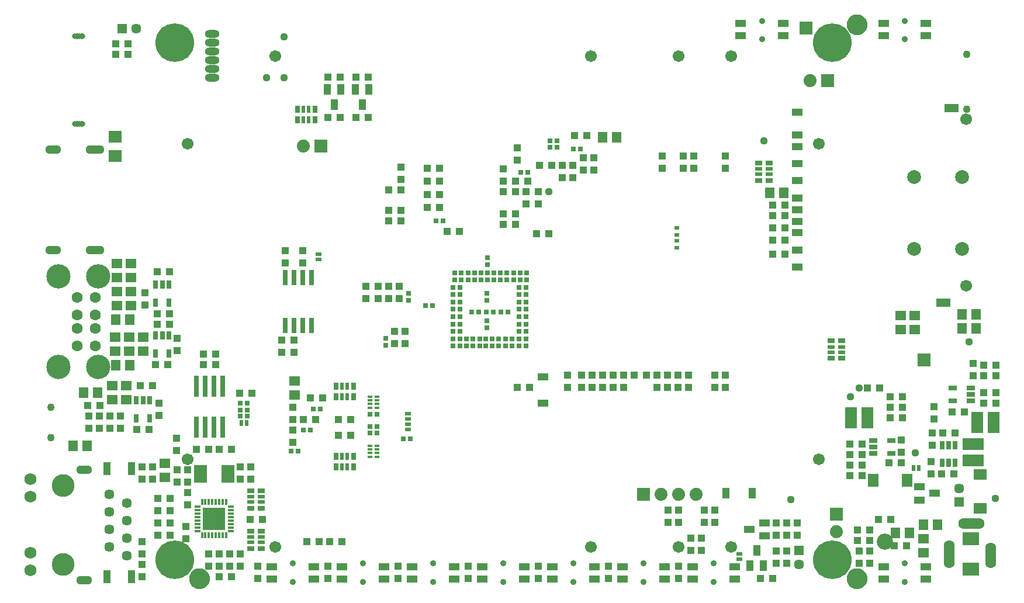
<source format=gbr>
G75*
G70*
%OFA0B0*%
%FSLAX24Y24*%
%IPPOS*%
%LPD*%
%AMOC8*
5,1,8,0,0,1.08239X$1,22.5*
%
%ADD10C,0.0631*%
%ADD11R,0.0740X0.0740*%
%ADD12R,0.0440X0.0440*%
%ADD13C,0.0670*%
%ADD14R,0.0571X0.0571*%
%ADD15C,0.0571*%
%ADD16R,0.0512X0.0257*%
%ADD17R,0.0240X0.0340*%
%ADD18R,0.0670X0.1221*%
%ADD19R,0.0591X0.0434*%
%ADD20C,0.0355*%
%ADD21R,0.0620X0.0440*%
%ADD22R,0.0540X0.0640*%
%ADD23R,0.0257X0.0512*%
%ADD24C,0.0434*%
%ADD25R,0.0640X0.0540*%
%ADD26R,0.0749X0.0749*%
%ADD27R,0.1221X0.0670*%
%ADD28R,0.0611X0.0749*%
%ADD29R,0.0940X0.0740*%
%ADD30C,0.0788*%
%ADD31C,0.1300*%
%ADD32C,0.0690*%
%ADD33C,0.0512*%
%ADD34R,0.0280X0.1190*%
%ADD35C,0.0740*%
%ADD36R,0.0749X0.0670*%
%ADD37R,0.0270X0.0280*%
%ADD38R,0.0280X0.0270*%
%ADD39R,0.0440X0.0200*%
%ADD40R,0.0440X0.0300*%
%ADD41C,0.0317*%
%ADD42R,0.0200X0.0440*%
%ADD43R,0.0300X0.0440*%
%ADD44C,0.0440*%
%ADD45R,0.0631X0.0434*%
%ADD46R,0.0827X0.0512*%
%ADD47R,0.0434X0.0591*%
%ADD48C,0.1385*%
%ADD49R,0.0340X0.0240*%
%ADD50O,0.0840X0.0440*%
%ADD51C,0.0500*%
%ADD52R,0.0440X0.0740*%
%ADD53R,0.0286X0.0168*%
%ADD54R,0.0286X0.0138*%
%ADD55R,0.0749X0.0985*%
%ADD56R,0.0138X0.0335*%
%ADD57R,0.0335X0.0138*%
%ADD58R,0.1300X0.1300*%
%ADD59C,0.0808*%
%ADD60R,0.0749X0.0611*%
%ADD61R,0.0257X0.0237*%
%ADD62C,0.0926*%
%ADD63R,0.0276X0.0906*%
%ADD64C,0.2205*%
D10*
X008927Y021032D03*
X009958Y021032D03*
X009958Y022017D03*
X008927Y022017D03*
X008927Y022804D03*
X009958Y022804D03*
X009958Y023788D03*
X008927Y023788D03*
X058654Y009613D03*
X058654Y009494D03*
X058654Y009376D03*
X058654Y009258D03*
X058654Y009140D03*
X058654Y009022D03*
X058654Y008904D03*
X058654Y008786D03*
X058654Y008668D03*
X061016Y008668D03*
X061016Y008786D03*
X061016Y008904D03*
X061016Y009022D03*
X061016Y009140D03*
X061016Y009258D03*
X061016Y009376D03*
X061016Y009494D03*
X060367Y010892D03*
X060288Y010892D03*
X060170Y010892D03*
X060052Y010892D03*
X059934Y010892D03*
X059816Y010892D03*
X059697Y010892D03*
X059579Y010892D03*
X059501Y010892D03*
D11*
X052227Y011410D03*
X041227Y012560D03*
X022827Y032410D03*
X050477Y039160D03*
X051727Y036160D03*
D12*
X045877Y031860D03*
X045877Y031160D03*
X044077Y031160D03*
X043477Y031160D03*
X043477Y031860D03*
X044077Y031860D03*
X042277Y031860D03*
X042277Y031160D03*
X038377Y031060D03*
X037777Y031060D03*
X037177Y031310D03*
X036577Y031310D03*
X035977Y031310D03*
X035277Y031310D03*
X034627Y030410D03*
X034527Y029810D03*
X033927Y029810D03*
X033927Y030410D03*
X033227Y030410D03*
X033227Y029810D03*
X034527Y029110D03*
X035227Y029110D03*
X035227Y029810D03*
X036577Y030610D03*
X037177Y030610D03*
X037777Y031760D03*
X038377Y031760D03*
X037977Y033010D03*
X037277Y033010D03*
X034027Y032310D03*
X034027Y031610D03*
X033227Y031110D03*
X029577Y031160D03*
X028877Y031160D03*
X028877Y030410D03*
X029577Y030410D03*
X029577Y029660D03*
X028877Y029660D03*
X028877Y028910D03*
X029577Y028910D03*
X030027Y027560D03*
X030727Y027560D03*
X033227Y027960D03*
X033227Y028560D03*
X033927Y028560D03*
X033927Y027960D03*
X035127Y027410D03*
X035827Y027410D03*
X027377Y028160D03*
X027377Y028760D03*
X026677Y028760D03*
X026677Y028160D03*
X026677Y029910D03*
X027377Y029910D03*
X027377Y030510D03*
X027377Y031210D03*
X025527Y034060D03*
X024827Y034060D03*
X023927Y034060D03*
X023227Y034060D03*
X023227Y036360D03*
X023927Y036360D03*
X024827Y036360D03*
X025527Y036360D03*
X011827Y037660D03*
X011827Y038260D03*
X011127Y038260D03*
X011127Y037660D03*
X020777Y026460D03*
X020777Y025760D03*
X021777Y025760D03*
X021777Y026460D03*
X025377Y024410D03*
X026077Y024410D03*
X026677Y024410D03*
X027277Y024410D03*
X027277Y023710D03*
X026677Y023710D03*
X026077Y023710D03*
X025377Y023710D03*
X027027Y021860D03*
X027627Y021860D03*
X027627Y021160D03*
X027027Y021160D03*
X022927Y018060D03*
X022227Y018060D03*
X021227Y017510D03*
X021227Y016810D03*
X021827Y016810D03*
X022527Y016810D03*
X023827Y016810D03*
X024527Y016810D03*
X024527Y015910D03*
X023827Y015910D03*
X021227Y016210D03*
X021227Y015510D03*
X018827Y014110D03*
X018227Y014110D03*
X018227Y013410D03*
X018827Y013410D03*
X017727Y015110D03*
X017027Y015110D03*
X016427Y015110D03*
X015727Y015110D03*
X014577Y015060D03*
X014577Y015760D03*
X013027Y016260D03*
X012327Y016260D03*
X013577Y017060D03*
X013577Y017760D03*
X013227Y018760D03*
X012527Y018760D03*
X013377Y019960D03*
X014077Y019960D03*
X014627Y020760D03*
X014627Y021460D03*
X014177Y022260D03*
X014177Y022860D03*
X013477Y022860D03*
X013477Y022260D03*
X012777Y023360D03*
X012777Y024060D03*
X013477Y025260D03*
X014177Y025260D03*
X020577Y021360D03*
X021277Y021360D03*
X021277Y020660D03*
X020577Y020660D03*
X018877Y018310D03*
X018177Y018310D03*
X016827Y019960D03*
X016827Y020560D03*
X016127Y020560D03*
X016127Y019960D03*
X011377Y017010D03*
X010777Y017010D03*
X010177Y017010D03*
X009577Y017010D03*
X009577Y016310D03*
X010177Y016310D03*
X010777Y016310D03*
X011377Y016310D03*
X010227Y017610D03*
X009527Y017610D03*
X012627Y014110D03*
X013227Y014110D03*
X013227Y013410D03*
X012627Y013410D03*
X013527Y012310D03*
X014227Y012310D03*
X014227Y011610D03*
X014227Y010910D03*
X013527Y010910D03*
X013527Y011610D03*
X013527Y010210D03*
X014227Y010210D03*
X015127Y010010D03*
X015127Y010710D03*
X015227Y011960D03*
X015227Y012660D03*
X015227Y013240D03*
X014627Y013240D03*
X014627Y013940D03*
X015227Y013940D03*
X018777Y011110D03*
X019477Y011110D03*
X022027Y009860D03*
X022727Y009860D03*
X023327Y009860D03*
X024027Y009860D03*
X023227Y008460D03*
X023227Y007760D03*
X027227Y007760D03*
X027227Y008460D03*
X031227Y008460D03*
X031227Y007760D03*
X035227Y007760D03*
X035227Y008460D03*
X039227Y008460D03*
X039227Y007760D03*
X043227Y007760D03*
X043227Y008460D03*
X043927Y009360D03*
X044527Y009360D03*
X044527Y010060D03*
X043927Y010060D03*
X043227Y010960D03*
X042627Y010960D03*
X042627Y011660D03*
X043227Y011660D03*
X044677Y011660D03*
X045277Y011660D03*
X045277Y010960D03*
X044677Y010960D03*
X048777Y010910D03*
X049377Y010910D03*
X049977Y010910D03*
X049977Y010210D03*
X049377Y010210D03*
X048777Y010210D03*
X048777Y009310D03*
X049377Y009310D03*
X049377Y008610D03*
X048777Y008610D03*
X048577Y007760D03*
X047877Y007760D03*
X053527Y008610D03*
X054127Y008610D03*
X054127Y009310D03*
X053527Y009310D03*
X053427Y009910D03*
X054127Y009910D03*
X054127Y010510D03*
X053427Y010510D03*
X054627Y011110D03*
X055327Y011110D03*
X055527Y009610D03*
X056227Y009610D03*
X057627Y013710D03*
X058227Y013710D03*
X058927Y013710D03*
X057627Y014410D03*
X057677Y015360D03*
X057677Y016060D03*
X058277Y016060D03*
X058977Y016060D03*
X057777Y016860D03*
X057777Y017560D03*
X058827Y017260D03*
X059527Y017260D03*
X060627Y017760D03*
X060627Y018360D03*
X061327Y018360D03*
X061327Y017760D03*
X061327Y019310D03*
X060627Y019310D03*
X060027Y019310D03*
X060027Y020010D03*
X060627Y019910D03*
X061327Y019910D03*
X055977Y018110D03*
X055277Y018110D03*
X054677Y018610D03*
X053977Y018610D03*
X055277Y017510D03*
X055277Y016910D03*
X055977Y016910D03*
X055977Y017510D03*
X055927Y015660D03*
X055927Y014960D03*
X055927Y014360D03*
X055227Y014360D03*
X053677Y014210D03*
X053677Y013610D03*
X052977Y013610D03*
X052977Y014210D03*
X052977Y014810D03*
X053677Y014810D03*
X053677Y015410D03*
X052977Y015410D03*
X045877Y018660D03*
X045277Y018660D03*
X045277Y019360D03*
X045877Y019360D03*
X043777Y019360D03*
X043177Y019360D03*
X042577Y019360D03*
X041977Y019360D03*
X041377Y019360D03*
X040677Y019360D03*
X040077Y019360D03*
X039477Y019360D03*
X038877Y019360D03*
X038277Y019360D03*
X037677Y019360D03*
X037677Y018660D03*
X038277Y018660D03*
X038877Y018660D03*
X039477Y018660D03*
X040077Y018660D03*
X041977Y018660D03*
X042577Y018660D03*
X043177Y018660D03*
X043777Y018660D03*
X036902Y018660D03*
X036902Y019360D03*
X034727Y018660D03*
X034027Y018660D03*
X048577Y026260D03*
X049277Y026260D03*
X049277Y027060D03*
X048577Y027060D03*
X048577Y027760D03*
X049277Y027760D03*
X049277Y028460D03*
X049277Y029060D03*
X048577Y029060D03*
X048577Y028460D03*
X018227Y009160D03*
X017627Y009160D03*
X017027Y009160D03*
X016427Y009160D03*
X016427Y008460D03*
X017027Y008460D03*
X017027Y007860D03*
X017727Y007860D03*
X017627Y008460D03*
X018227Y008460D03*
X019227Y008460D03*
X019227Y007760D03*
X012627Y007860D03*
X012627Y008560D03*
X012627Y009160D03*
X012627Y009860D03*
D13*
X015227Y014560D03*
X020227Y009560D03*
X038227Y009560D03*
X043227Y009560D03*
X046227Y009560D03*
X051227Y014560D03*
X059629Y024446D03*
X051227Y032560D03*
X046227Y037560D03*
X043227Y037560D03*
X038227Y037560D03*
X020227Y037560D03*
X015227Y032560D03*
X059629Y033970D03*
D14*
X059227Y012117D03*
X050077Y009354D03*
X011483Y039110D03*
D15*
X012271Y039110D03*
X010765Y012564D03*
X011765Y012064D03*
X010765Y011564D03*
X011765Y011064D03*
X010765Y010564D03*
X011765Y010064D03*
X010765Y009564D03*
X011765Y009064D03*
X050077Y008567D03*
X059227Y012904D03*
D16*
X055339Y014886D03*
X055339Y015634D03*
X054315Y015634D03*
X054315Y015260D03*
X054315Y014886D03*
X058865Y017886D03*
X059889Y017886D03*
X059889Y018260D03*
X059889Y018634D03*
X058865Y018634D03*
D17*
X056927Y014060D03*
X056627Y014060D03*
X018577Y016610D03*
X018277Y016610D03*
D18*
X053054Y016910D03*
X053999Y016910D03*
X060254Y016660D03*
X061199Y016660D03*
D19*
X056944Y012984D03*
X056944Y012236D03*
X057810Y012610D03*
X048110Y010934D03*
X048110Y010186D03*
X047244Y010560D03*
X035477Y017762D03*
X035477Y019258D03*
D20*
X037227Y008610D03*
X037227Y007560D03*
X033227Y007560D03*
X033227Y008610D03*
X029227Y008610D03*
X029227Y007560D03*
X025227Y007560D03*
X025227Y008610D03*
X021227Y008610D03*
X021227Y007560D03*
X041227Y007560D03*
X041227Y008610D03*
X045227Y008610D03*
X045227Y007560D03*
X056127Y007560D03*
X056127Y008610D03*
X056127Y038510D03*
X056127Y039560D03*
X047977Y039560D03*
X047977Y038510D03*
D21*
X046767Y038710D03*
X046767Y039410D03*
X049187Y039410D03*
X049187Y038710D03*
X054917Y038710D03*
X054917Y039410D03*
X057337Y039410D03*
X057337Y038710D03*
X057337Y008410D03*
X057337Y007710D03*
X054917Y007710D03*
X054917Y008410D03*
X046437Y008410D03*
X046437Y007710D03*
X044017Y007710D03*
X044017Y008410D03*
X042437Y008410D03*
X042437Y007710D03*
X040017Y007710D03*
X040017Y008410D03*
X038437Y008410D03*
X038437Y007710D03*
X036017Y007710D03*
X036017Y008410D03*
X034437Y008410D03*
X034437Y007710D03*
X032017Y007710D03*
X032017Y008410D03*
X030437Y008410D03*
X030437Y007710D03*
X028017Y007710D03*
X028017Y008410D03*
X026437Y008410D03*
X026437Y007710D03*
X024017Y007710D03*
X024017Y008410D03*
X022437Y008410D03*
X022437Y007710D03*
X020017Y007710D03*
X020017Y008410D03*
D22*
X009477Y015310D03*
X008677Y015310D03*
X009277Y018360D03*
X010077Y018360D03*
X011127Y019910D03*
X011927Y019910D03*
X011927Y022510D03*
X011127Y022510D03*
X038877Y032910D03*
X039677Y032910D03*
X048427Y029760D03*
X049227Y029760D03*
X059377Y022810D03*
X060177Y022810D03*
X060177Y022010D03*
X059377Y022010D03*
X057977Y010810D03*
X057177Y010810D03*
X056377Y010360D03*
X055577Y010360D03*
D23*
X058253Y014348D03*
X058627Y014348D03*
X059001Y014348D03*
X059001Y015372D03*
X058627Y015372D03*
X058253Y015372D03*
X014151Y020598D03*
X013403Y020598D03*
X013403Y021622D03*
X013777Y021622D03*
X014151Y021622D03*
X014151Y023498D03*
X013403Y023498D03*
X013403Y024522D03*
X013777Y024522D03*
X014151Y024522D03*
X013051Y017922D03*
X012677Y017922D03*
X012303Y017922D03*
X012303Y016898D03*
X013051Y016898D03*
D24*
X007427Y017530D03*
X007427Y015797D03*
X015877Y007760D03*
X053377Y007760D03*
X059661Y034510D03*
X059661Y037660D03*
X053377Y039360D03*
D25*
X055877Y022760D03*
X055877Y021960D03*
X056677Y021960D03*
X056677Y022760D03*
X057177Y010010D03*
X057177Y009210D03*
X021327Y018210D03*
X021327Y019010D03*
X013927Y014310D03*
X013927Y013510D03*
X011727Y017960D03*
X010927Y017960D03*
X010927Y018760D03*
X011727Y018760D03*
X011877Y020710D03*
X012677Y020710D03*
X012677Y021510D03*
X011877Y021510D03*
X011077Y021510D03*
X011077Y020710D03*
X011177Y023310D03*
X011977Y023310D03*
X011977Y024110D03*
X011177Y024110D03*
X011177Y024910D03*
X011977Y024910D03*
X011977Y025710D03*
X011177Y025710D03*
D26*
X057227Y020210D03*
D27*
X060037Y015423D03*
X060037Y014478D03*
D28*
X056240Y013360D03*
X054314Y013360D03*
D29*
X059877Y010017D03*
X059877Y008303D03*
D30*
X059395Y026549D03*
X056639Y026549D03*
X056639Y030649D03*
X059395Y030649D03*
D31*
X008127Y013060D03*
X008127Y008560D03*
D32*
X006257Y008208D03*
X006257Y009208D03*
X006257Y012413D03*
X006257Y013413D03*
D33*
X009111Y007661D03*
X009190Y007661D03*
X009269Y007661D03*
X009347Y007661D03*
X009426Y007661D03*
X009505Y007661D03*
X009505Y013960D03*
X009426Y013960D03*
X009347Y013960D03*
X009269Y013960D03*
X009190Y013960D03*
X009111Y013960D03*
X009662Y026486D03*
X009761Y026486D03*
X009879Y026486D03*
X010036Y026486D03*
X010095Y026486D03*
X010214Y026486D03*
X007753Y026496D03*
X007635Y026486D03*
X007477Y026486D03*
X007359Y026486D03*
X007359Y032234D03*
X007477Y032234D03*
X007635Y032234D03*
X007753Y032234D03*
X009662Y032234D03*
X009761Y032234D03*
X009879Y032234D03*
X010036Y032234D03*
X010095Y032234D03*
X010214Y032234D03*
D34*
X015727Y018734D03*
X016227Y018734D03*
X016727Y018734D03*
X017227Y018734D03*
X017227Y016387D03*
X016727Y016387D03*
X016227Y016387D03*
X015727Y016387D03*
D35*
X021827Y032410D03*
X050727Y036160D03*
X044227Y012560D03*
X043227Y012560D03*
X042227Y012560D03*
X052227Y010410D03*
D36*
X011077Y031859D03*
X011077Y032961D03*
D37*
X027827Y024010D03*
X027827Y023610D03*
X030467Y024790D03*
X030837Y024790D03*
X031207Y024790D03*
X031577Y024790D03*
X031947Y024790D03*
X032327Y024790D03*
X032697Y024790D03*
X033067Y024790D03*
X033437Y024790D03*
X033807Y024790D03*
X034177Y024790D03*
X034547Y024790D03*
X034547Y025190D03*
X034177Y025190D03*
X033807Y025190D03*
X033437Y025190D03*
X033067Y025190D03*
X032697Y025190D03*
X032327Y025190D03*
X031947Y025190D03*
X031577Y025190D03*
X031207Y025190D03*
X030837Y025190D03*
X030467Y025190D03*
X032327Y025660D03*
X032327Y026060D03*
X032297Y024030D03*
X032297Y023630D03*
X032297Y022440D03*
X032297Y022040D03*
X032232Y021410D03*
X032587Y021410D03*
X032967Y021410D03*
X033347Y021410D03*
X033727Y021410D03*
X033727Y021010D03*
X033347Y021010D03*
X032967Y021010D03*
X032587Y021010D03*
X032232Y021010D03*
X031877Y021010D03*
X031497Y021010D03*
X031117Y021010D03*
X031117Y021410D03*
X031497Y021410D03*
X031877Y021410D03*
X026527Y021460D03*
X026527Y021060D03*
D38*
X028787Y023330D03*
X029187Y023330D03*
X030357Y023530D03*
X030757Y023530D03*
X030757Y023110D03*
X030357Y023110D03*
X030357Y022690D03*
X030757Y022690D03*
X030757Y022270D03*
X030357Y022270D03*
X030357Y021850D03*
X030757Y021850D03*
X030757Y021430D03*
X030357Y021430D03*
X030357Y021010D03*
X030757Y021010D03*
X031407Y022960D03*
X031807Y022960D03*
X032247Y022960D03*
X032647Y022960D03*
X033087Y022960D03*
X033487Y022960D03*
X034137Y023110D03*
X034537Y023110D03*
X034537Y022690D03*
X034137Y022690D03*
X034137Y022270D03*
X034537Y022270D03*
X034537Y021850D03*
X034137Y021850D03*
X034137Y021430D03*
X034537Y021430D03*
X034537Y021010D03*
X034137Y021010D03*
X034137Y023530D03*
X034537Y023530D03*
X034537Y023950D03*
X034137Y023950D03*
X034137Y024370D03*
X034537Y024370D03*
X030757Y024370D03*
X030357Y024370D03*
X030357Y023950D03*
X030757Y023950D03*
X029777Y028160D03*
X029377Y028160D03*
X034227Y030910D03*
X034627Y030910D03*
X035877Y032360D03*
X035877Y032710D03*
X036277Y032710D03*
X036277Y032360D03*
X037227Y032260D03*
X037627Y032260D03*
X018627Y017760D03*
X018627Y017360D03*
X018627Y017010D03*
X018227Y017010D03*
X018227Y017360D03*
X018227Y017760D03*
X021819Y016210D03*
X022219Y016210D03*
X021527Y015010D03*
X021127Y015010D03*
X022377Y017410D03*
X022777Y017410D03*
X025627Y017110D03*
X026027Y017110D03*
X026027Y016410D03*
X026027Y016060D03*
X025627Y016060D03*
X025627Y016410D03*
X027527Y015735D03*
X027927Y015735D03*
D39*
X019427Y012410D03*
X019427Y012110D03*
X018827Y012110D03*
X018827Y012410D03*
X018827Y010110D03*
X018827Y009810D03*
X019427Y009810D03*
X019427Y010110D03*
X051927Y020660D03*
X051927Y020960D03*
X052527Y020960D03*
X052527Y020660D03*
X048377Y030810D03*
X048377Y031110D03*
X047777Y031110D03*
X047777Y030810D03*
D40*
X047777Y030460D03*
X048377Y030460D03*
X048377Y031460D03*
X047777Y031460D03*
X051927Y021310D03*
X052527Y021310D03*
X052527Y020310D03*
X051927Y020310D03*
X019427Y012760D03*
X018827Y012760D03*
X018827Y011760D03*
X019427Y011760D03*
X019427Y010460D03*
X018827Y010460D03*
X018827Y009460D03*
X019427Y009460D03*
D41*
X017160Y010963D03*
X016924Y010727D03*
X016530Y010727D03*
X016294Y010963D03*
X016294Y011357D03*
X016530Y011593D03*
X016924Y011593D03*
X017160Y011357D03*
X009234Y033674D03*
X009156Y033674D03*
X009067Y033674D03*
X008969Y033674D03*
X008880Y033674D03*
X008801Y033674D03*
X008801Y038690D03*
X008880Y038690D03*
X008969Y038690D03*
X009067Y038690D03*
X009156Y038690D03*
X009234Y038690D03*
D42*
X021827Y034510D03*
X022127Y034510D03*
X022127Y033910D03*
X021827Y033910D03*
X024027Y018710D03*
X024327Y018710D03*
X024327Y018110D03*
X024027Y018110D03*
X024027Y014710D03*
X024327Y014710D03*
X024327Y014110D03*
X024027Y014110D03*
D43*
X023677Y014110D03*
X023677Y014710D03*
X024677Y014710D03*
X024677Y014110D03*
X024677Y018110D03*
X024677Y018710D03*
X023677Y018710D03*
X023677Y018110D03*
X022477Y033910D03*
X022477Y034510D03*
X021477Y034510D03*
X021477Y033910D03*
D44*
X020727Y036310D03*
X019727Y036310D03*
X020727Y038660D03*
X035827Y029810D03*
X048077Y032710D03*
X059777Y021260D03*
X053527Y018610D03*
X053027Y018110D03*
X056727Y014910D03*
X061277Y012310D03*
X049627Y012260D03*
D45*
X050003Y025517D03*
X050003Y026502D03*
X050003Y027486D03*
X050003Y028135D03*
X050003Y028785D03*
X050003Y029458D03*
X050003Y030443D03*
X050003Y031427D03*
X050003Y032383D03*
X050003Y033053D03*
X050003Y034372D03*
D46*
X058803Y034604D03*
X058330Y023502D03*
D47*
X047425Y012610D03*
X045929Y012610D03*
X047677Y009343D03*
X048051Y008477D03*
X047303Y008477D03*
X025177Y034777D03*
X025551Y035643D03*
X024803Y035643D03*
X023951Y035643D03*
X023203Y035643D03*
X023577Y034777D03*
D48*
X010108Y024997D03*
X007864Y024997D03*
X007864Y019824D03*
X010108Y019824D03*
D49*
X022677Y025960D03*
X022677Y026260D03*
X027777Y017160D03*
X027777Y016860D03*
X027777Y016560D03*
X027777Y016260D03*
X046677Y009160D03*
X046677Y008860D03*
D50*
X016627Y036310D03*
X016627Y036810D03*
X016627Y037310D03*
X016627Y037810D03*
X016627Y038310D03*
X016627Y038810D03*
D51*
X053042Y039360D02*
X053044Y039397D01*
X053050Y039433D01*
X053060Y039469D01*
X053074Y039503D01*
X053092Y039535D01*
X053113Y039566D01*
X053137Y039594D01*
X053164Y039619D01*
X053194Y039640D01*
X053226Y039659D01*
X053260Y039674D01*
X053295Y039685D01*
X053331Y039692D01*
X053368Y039695D01*
X053405Y039694D01*
X053441Y039689D01*
X053477Y039680D01*
X053512Y039667D01*
X053544Y039650D01*
X053575Y039630D01*
X053604Y039606D01*
X053630Y039580D01*
X053652Y039551D01*
X053672Y039519D01*
X053687Y039486D01*
X053699Y039451D01*
X053707Y039415D01*
X053711Y039378D01*
X053711Y039342D01*
X053707Y039305D01*
X053699Y039269D01*
X053687Y039234D01*
X053672Y039201D01*
X053652Y039169D01*
X053630Y039140D01*
X053604Y039114D01*
X053575Y039090D01*
X053545Y039070D01*
X053512Y039053D01*
X053477Y039040D01*
X053441Y039031D01*
X053405Y039026D01*
X053368Y039025D01*
X053331Y039028D01*
X053295Y039035D01*
X053260Y039046D01*
X053226Y039061D01*
X053194Y039080D01*
X053164Y039101D01*
X053137Y039126D01*
X053113Y039154D01*
X053092Y039185D01*
X053074Y039217D01*
X053060Y039251D01*
X053050Y039287D01*
X053044Y039323D01*
X053042Y039360D01*
X053042Y007760D02*
X053044Y007797D01*
X053050Y007833D01*
X053060Y007869D01*
X053074Y007903D01*
X053092Y007935D01*
X053113Y007966D01*
X053137Y007994D01*
X053164Y008019D01*
X053194Y008040D01*
X053226Y008059D01*
X053260Y008074D01*
X053295Y008085D01*
X053331Y008092D01*
X053368Y008095D01*
X053405Y008094D01*
X053441Y008089D01*
X053477Y008080D01*
X053512Y008067D01*
X053544Y008050D01*
X053575Y008030D01*
X053604Y008006D01*
X053630Y007980D01*
X053652Y007951D01*
X053672Y007919D01*
X053687Y007886D01*
X053699Y007851D01*
X053707Y007815D01*
X053711Y007778D01*
X053711Y007742D01*
X053707Y007705D01*
X053699Y007669D01*
X053687Y007634D01*
X053672Y007601D01*
X053652Y007569D01*
X053630Y007540D01*
X053604Y007514D01*
X053575Y007490D01*
X053545Y007470D01*
X053512Y007453D01*
X053477Y007440D01*
X053441Y007431D01*
X053405Y007426D01*
X053368Y007425D01*
X053331Y007428D01*
X053295Y007435D01*
X053260Y007446D01*
X053226Y007461D01*
X053194Y007480D01*
X053164Y007501D01*
X053137Y007526D01*
X053113Y007554D01*
X053092Y007585D01*
X053074Y007617D01*
X053060Y007651D01*
X053050Y007687D01*
X053044Y007723D01*
X053042Y007760D01*
X015542Y007760D02*
X015544Y007797D01*
X015550Y007833D01*
X015560Y007869D01*
X015574Y007903D01*
X015592Y007935D01*
X015613Y007966D01*
X015637Y007994D01*
X015664Y008019D01*
X015694Y008040D01*
X015726Y008059D01*
X015760Y008074D01*
X015795Y008085D01*
X015831Y008092D01*
X015868Y008095D01*
X015905Y008094D01*
X015941Y008089D01*
X015977Y008080D01*
X016012Y008067D01*
X016044Y008050D01*
X016075Y008030D01*
X016104Y008006D01*
X016130Y007980D01*
X016152Y007951D01*
X016172Y007919D01*
X016187Y007886D01*
X016199Y007851D01*
X016207Y007815D01*
X016211Y007778D01*
X016211Y007742D01*
X016207Y007705D01*
X016199Y007669D01*
X016187Y007634D01*
X016172Y007601D01*
X016152Y007569D01*
X016130Y007540D01*
X016104Y007514D01*
X016075Y007490D01*
X016045Y007470D01*
X016012Y007453D01*
X015977Y007440D01*
X015941Y007431D01*
X015905Y007426D01*
X015868Y007425D01*
X015831Y007428D01*
X015795Y007435D01*
X015760Y007446D01*
X015726Y007461D01*
X015694Y007480D01*
X015664Y007501D01*
X015637Y007526D01*
X015613Y007554D01*
X015592Y007585D01*
X015574Y007617D01*
X015560Y007651D01*
X015550Y007687D01*
X015544Y007723D01*
X015542Y007760D01*
D52*
X012027Y007860D03*
X010627Y007860D03*
X010627Y014010D03*
X012027Y014010D03*
D53*
X025625Y014699D03*
X026029Y014699D03*
X026029Y015321D03*
X025625Y015321D03*
X025625Y017499D03*
X026029Y017499D03*
X026029Y018121D03*
X025625Y018121D03*
D54*
X025625Y017909D03*
X025625Y017712D03*
X026029Y017712D03*
X026029Y017909D03*
X026029Y015109D03*
X026029Y014912D03*
X025625Y014912D03*
X025625Y015109D03*
D55*
X017514Y013710D03*
X015940Y013710D03*
D56*
X016038Y012115D03*
X016235Y012115D03*
X016432Y012115D03*
X016629Y012115D03*
X016825Y012115D03*
X017022Y012115D03*
X017219Y012115D03*
X017416Y012115D03*
X017416Y010206D03*
X017219Y010206D03*
X017022Y010206D03*
X016825Y010206D03*
X016629Y010206D03*
X016432Y010206D03*
X016235Y010206D03*
X016038Y010206D03*
D57*
X015772Y010471D03*
X015772Y010668D03*
X015772Y010865D03*
X015772Y011062D03*
X015772Y011259D03*
X015772Y011456D03*
X015772Y011652D03*
X015772Y011849D03*
X017682Y011849D03*
X017682Y011652D03*
X017682Y011456D03*
X017682Y011259D03*
X017682Y011062D03*
X017682Y010865D03*
X017682Y010668D03*
X017682Y010471D03*
D58*
X016727Y011160D03*
D59*
X016727Y011160D03*
D60*
X060427Y011748D03*
X060427Y013673D03*
D61*
X043137Y026610D03*
X043137Y027010D03*
X043137Y027360D03*
X043137Y027760D03*
D62*
X054977Y009860D03*
D63*
X022277Y022182D03*
X021777Y022182D03*
X021277Y022182D03*
X020777Y022182D03*
X020777Y024938D03*
X021277Y024938D03*
X021777Y024938D03*
X022277Y024938D03*
D64*
X014477Y038310D03*
X051977Y038310D03*
X051977Y008810D03*
X014477Y008810D03*
M02*

</source>
